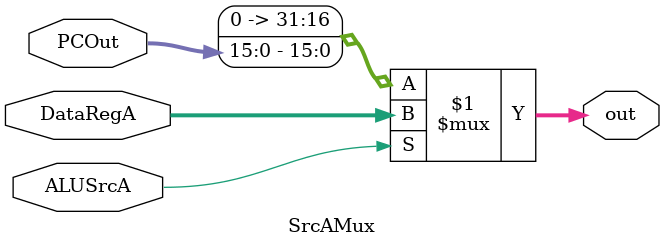
<source format=v>
`timescale 1ns / 1ps
module SrcAMux(
	input ALUSrcA,
	input[(DATA_WIDTH/2)-1:0] PCOut,
	input[DATA_WIDTH-1:0] DataRegA,
	output[DATA_WIDTH-1:0] out
    );
	parameter DATA_WIDTH = 32;
	assign out = ALUSrcA ? DataRegA : {16'd0, PCOut};
endmodule

</source>
